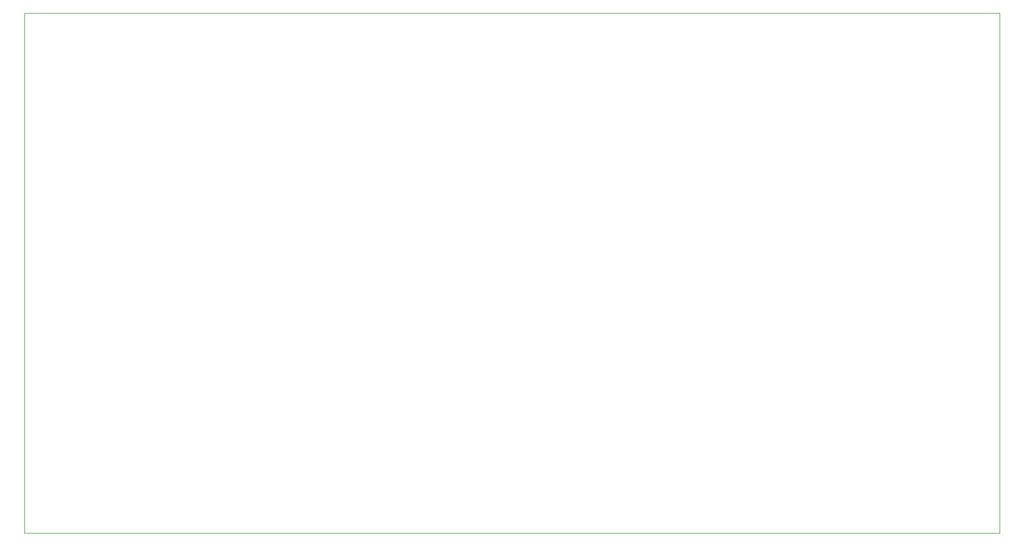
<source format=gbr>
G04 Layer_Color=0*
%FSLAX26Y26*%
%MOIN*%
%TF.FileFunction,Profile,NP*%
%TF.Part,Single*%
G01*
G75*
%TA.AperFunction,Profile*%
%ADD170C,0.001000*%
D170*
X1350000Y1800000D02*
Y5000000D01*
X7342520D01*
Y1800000D01*
X1350000D01*
%TF.MD5,34c22ab0abdee621a23b560631adccaa*%
M02*

</source>
